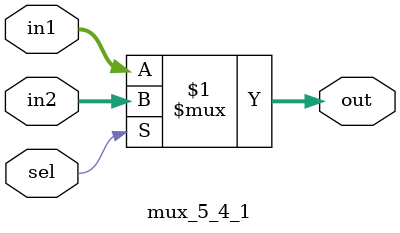
<source format=v>
`timescale 1 ns / 1 ps

module mux_5_4_1 (
	input [4:0] in1,
	input [4:0] in2,
	output reg [4:0] out,
	input sel
	); 
	
	assign out = (sel) ? in2 : in1;

//}} End of automatically maintained section


// -- Enter your statements here -- //

endmodule

</source>
